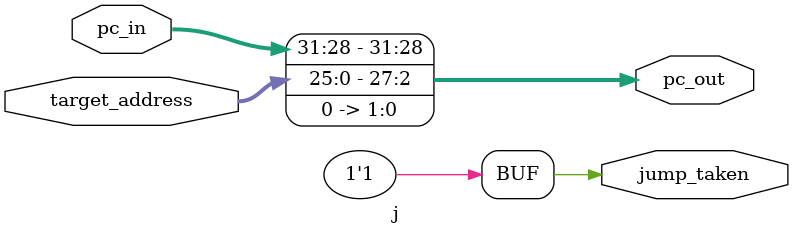
<source format=v>
`timescale 1ns / 1ps

module j (
    input [25:0] target_address,
    input [31:0] pc_in,
    output reg [31:0] pc_out,
    output reg jump_taken
);

    always @(*) begin
        pc_out = {pc_in[31:28], target_address, 2'b00}; // set jump target address
        jump_taken = 1'b1; // set jump taken signal
    end

endmodule

// The 'j' instruction is an unconditional jump that transfers control to the instruction at the target address.
// The jump address is calculated by concatenating the upper 4 bits of the current program counter with the 26-bit jump address left-shifted by 2 bits. 
</source>
